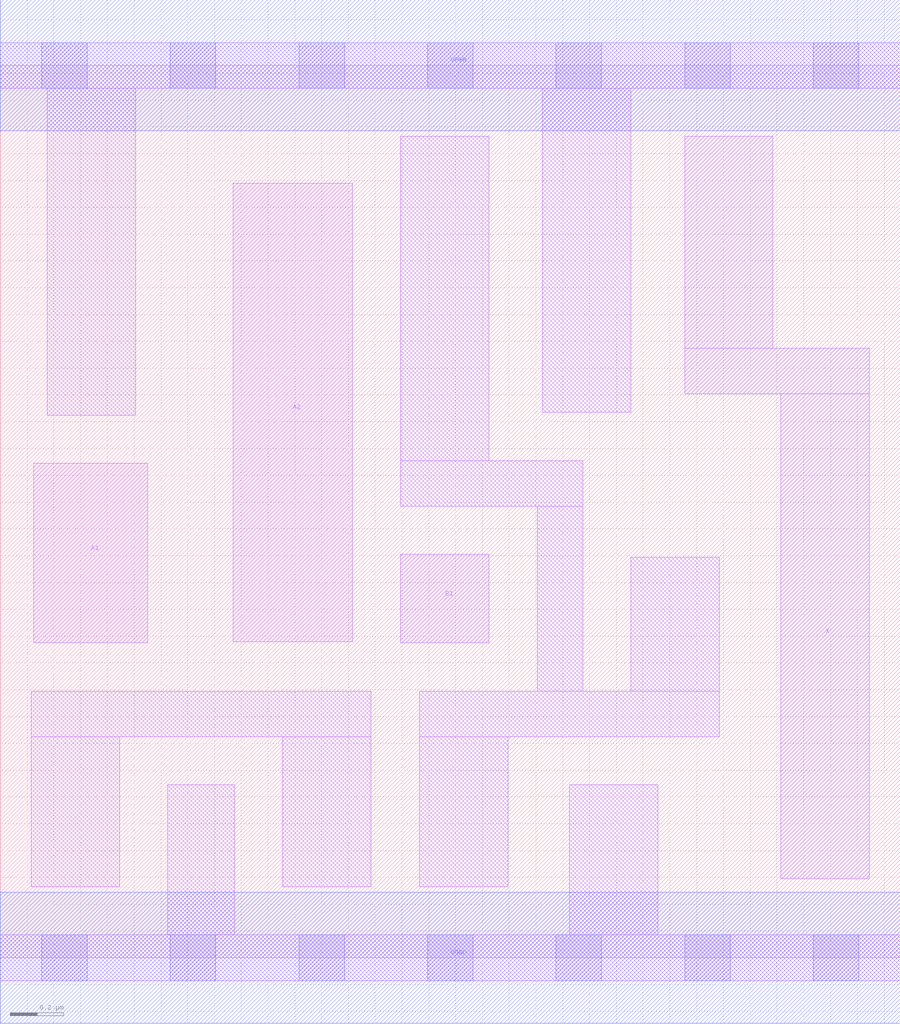
<source format=lef>
# Copyright 2020 The SkyWater PDK Authors
#
# Licensed under the Apache License, Version 2.0 (the "License");
# you may not use this file except in compliance with the License.
# You may obtain a copy of the License at
#
#     https://www.apache.org/licenses/LICENSE-2.0
#
# Unless required by applicable law or agreed to in writing, software
# distributed under the License is distributed on an "AS IS" BASIS,
# WITHOUT WARRANTIES OR CONDITIONS OF ANY KIND, either express or implied.
# See the License for the specific language governing permissions and
# limitations under the License.
#
# SPDX-License-Identifier: Apache-2.0

VERSION 5.7 ;
  NOWIREEXTENSIONATPIN ON ;
  DIVIDERCHAR "/" ;
  BUSBITCHARS "[]" ;
UNITS
  DATABASE MICRONS 200 ;
END UNITS
MACRO sky130_fd_sc_lp__o21a_lp
  CLASS CORE ;
  FOREIGN sky130_fd_sc_lp__o21a_lp ;
  ORIGIN  0.000000  0.000000 ;
  SIZE  3.360000 BY  3.330000 ;
  SYMMETRY X Y R90 ;
  SITE unit ;
  PIN A1
    ANTENNAGATEAREA  0.313000 ;
    DIRECTION INPUT ;
    USE SIGNAL ;
    PORT
      LAYER li1 ;
        RECT 0.125000 1.175000 0.550000 1.845000 ;
    END
  END A1
  PIN A2
    ANTENNAGATEAREA  0.313000 ;
    DIRECTION INPUT ;
    USE SIGNAL ;
    PORT
      LAYER li1 ;
        RECT 0.870000 1.180000 1.315000 2.890000 ;
    END
  END A2
  PIN B1
    ANTENNAGATEAREA  0.313000 ;
    DIRECTION INPUT ;
    USE SIGNAL ;
    PORT
      LAYER li1 ;
        RECT 1.495000 1.175000 1.825000 1.505000 ;
    END
  END B1
  PIN X
    ANTENNADIFFAREA  0.404700 ;
    DIRECTION OUTPUT ;
    USE SIGNAL ;
    PORT
      LAYER li1 ;
        RECT 2.555000 2.105000 3.245000 2.275000 ;
        RECT 2.555000 2.275000 2.885000 3.065000 ;
        RECT 2.915000 0.295000 3.245000 2.105000 ;
    END
  END X
  PIN VGND
    DIRECTION INOUT ;
    USE GROUND ;
    PORT
      LAYER met1 ;
        RECT 0.000000 -0.245000 3.360000 0.245000 ;
    END
  END VGND
  PIN VPWR
    DIRECTION INOUT ;
    USE POWER ;
    PORT
      LAYER met1 ;
        RECT 0.000000 3.085000 3.360000 3.575000 ;
    END
  END VPWR
  OBS
    LAYER li1 ;
      RECT 0.000000 -0.085000 3.360000 0.085000 ;
      RECT 0.000000  3.245000 3.360000 3.415000 ;
      RECT 0.115000  0.265000 0.445000 0.825000 ;
      RECT 0.115000  0.825000 1.385000 0.995000 ;
      RECT 0.175000  2.025000 0.505000 3.245000 ;
      RECT 0.625000  0.085000 0.875000 0.645000 ;
      RECT 1.055000  0.265000 1.385000 0.825000 ;
      RECT 1.495000  1.685000 2.175000 1.855000 ;
      RECT 1.495000  1.855000 1.825000 3.065000 ;
      RECT 1.565000  0.265000 1.895000 0.825000 ;
      RECT 1.565000  0.825000 2.685000 0.995000 ;
      RECT 2.005000  0.995000 2.175000 1.685000 ;
      RECT 2.025000  2.035000 2.355000 3.245000 ;
      RECT 2.125000  0.085000 2.455000 0.645000 ;
      RECT 2.355000  0.995000 2.685000 1.495000 ;
    LAYER mcon ;
      RECT 0.155000 -0.085000 0.325000 0.085000 ;
      RECT 0.155000  3.245000 0.325000 3.415000 ;
      RECT 0.635000 -0.085000 0.805000 0.085000 ;
      RECT 0.635000  3.245000 0.805000 3.415000 ;
      RECT 1.115000 -0.085000 1.285000 0.085000 ;
      RECT 1.115000  3.245000 1.285000 3.415000 ;
      RECT 1.595000 -0.085000 1.765000 0.085000 ;
      RECT 1.595000  3.245000 1.765000 3.415000 ;
      RECT 2.075000 -0.085000 2.245000 0.085000 ;
      RECT 2.075000  3.245000 2.245000 3.415000 ;
      RECT 2.555000 -0.085000 2.725000 0.085000 ;
      RECT 2.555000  3.245000 2.725000 3.415000 ;
      RECT 3.035000 -0.085000 3.205000 0.085000 ;
      RECT 3.035000  3.245000 3.205000 3.415000 ;
  END
END sky130_fd_sc_lp__o21a_lp
END LIBRARY

</source>
